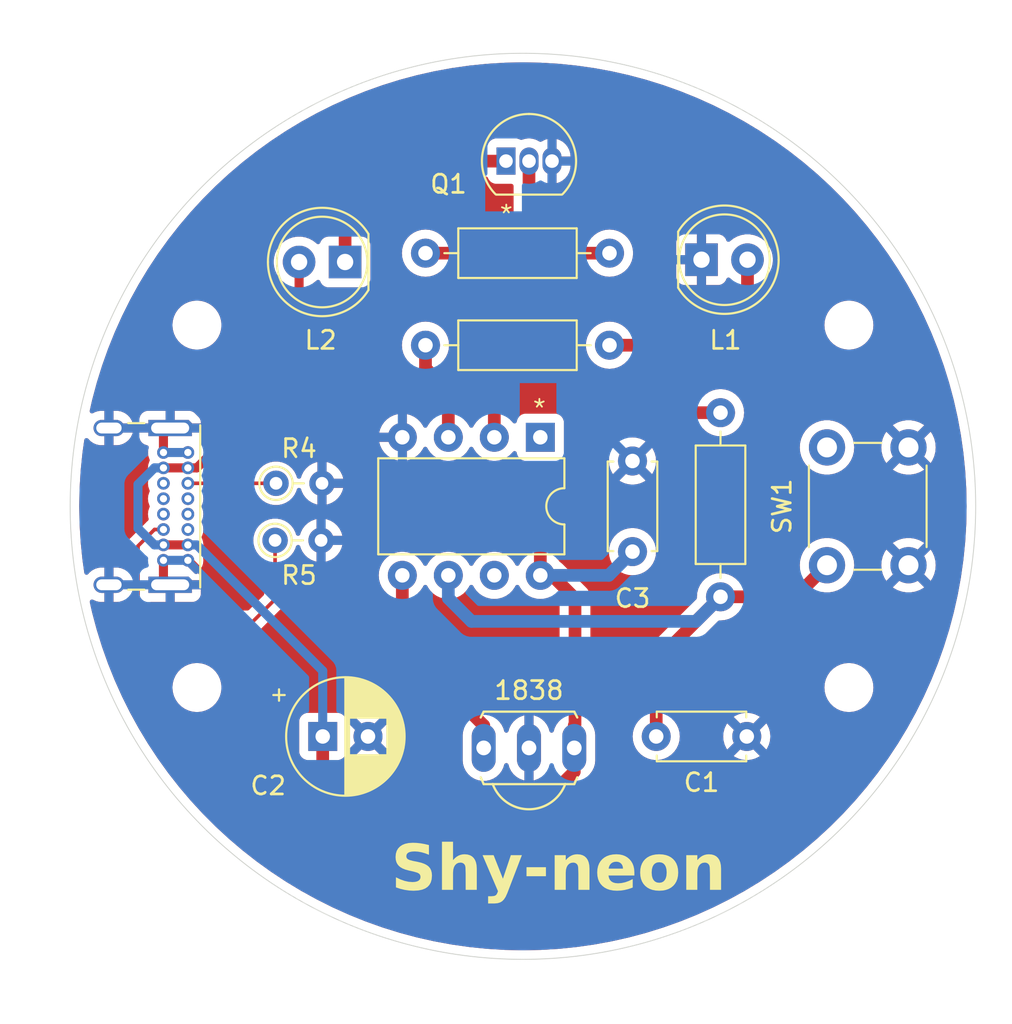
<source format=kicad_pcb>
(kicad_pcb (version 20221018) (generator pcbnew)
  (layers (0 "F.Cu" signal) (31 "B.Cu" signal) (34 "B.Paste" user) (35 "F.Paste" user) (36 "B.SilkS" user "B.Silkscreen") (37 "F.SilkS" user "F.Silkscreen") (38 "B.Mask" user) (39 "F.Mask" user) (44 "Edge.Cuts" user))
  (net 0 "")
  (net 1 "Net-(SW1A-C)")
  (net 2 "GND")
  (net 3 "VCC")
  (net 4 "Net-(D1-K)")
  (net 5 "Net-(D2-A)")
  (net 6 "Net-(Q1-B)")
  (net 7 "Net-(U1-XTAL1{slash}PB3)")
  (net 8 "Net-(U1-XTAL2{slash}PB4)")
  (net 10 "Net-(U1-AREF{slash}PB0)")
  (net 12 "Net-(J2-CC1)")
  (net 16 "Net-(J2-CC2)")
  (footprint "Connector_USB:USB_C_Receptacle_GCT_USB4085" (layer "F.Cu") (at 115.404 99.695 -90)
    (fp_text reference "J2" hide)
    (fp_text value "USB4085-GF-A_REVB" hide)
    (fp_line (start -4.59 -3.696) (end -4.59 -2.796) (stroke (width 0.12)) (layer "F.SilkS"))
    (fp_line (start -4.47 -6.776) (end 4.48 -6.776) (stroke (width 0.12)) (layer "F.SilkS"))
    (fp_line (start 4.6 -3.696) (end 4.6 -2.796) (stroke (width 0.12)) (layer "F.SilkS"))
    (pad "A1" thru_hole circle locked (at -2.97 -6.096 270) (size 0.7 0.7) (drill 0.4) (layers "*.Cu" "*.Mask") (net 2 "GND"))
    (pad "A4" thru_hole circle locked (at -2.12 -6.096 270) (size 0.7 0.7) (drill 0.4) (layers "*.Cu" "*.Mask") (net 3 "VCC"))
    (pad "A5" thru_hole circle locked (at -1.27 -6.096 270) (size 0.7 0.7) (drill 0.4) (layers "*.Cu" "*.Mask") (net 12 "Net-(J2-CC1)"))
    (pad "A6" thru_hole circle locked (at -0.42 -6.096 270) (size 0.7 0.7) (drill 0.4) (layers "*.Cu" "*.Mask"))
    (pad "A7" thru_hole circle locked (at 0.43 -6.096 270) (size 0.7 0.7) (drill 0.4) (layers "*.Cu" "*.Mask"))
    (pad "A8" thru_hole circle locked (at 1.28 -6.096 270) (size 0.7 0.7) (drill 0.4) (layers "*.Cu" "*.Mask"))
    (pad "A9" thru_hole circle locked (at 2.13 -6.096 270) (size 0.7 0.7) (drill 0.4) (layers "*.Cu" "*.Mask") (net 3 "VCC"))
    (pad "A12" thru_hole circle locked (at 2.98 -6.096 270) (size 0.7 0.7) (drill 0.4) (layers "*.Cu" "*.Mask") (net 2 "GND"))
    (pad "B1" thru_hole circle locked (at 2.98 -4.746 270) (size 0.7 0.7) (drill 0.4) (layers "*.Cu" "*.Mask") (net 2 "GND"))
    (pad "B4" thru_hole circle locked (at 2.13 -4.746 270) (size 0.7 0.7) (drill 0.4) (layers "*.Cu" "*.Mask") (net 3 "VCC"))
    (pad "B5" thru_hole circle locked (at 1.28 -4.746 270) (size 0.7 0.7) (drill 0.4) (layers "*.Cu" "*.Mask") (net 16 "Net-(J2-CC2)"))
    (pad "B6" thru_hole circle locked (at 0.43 -4.746 270) (size 0.7 0.7) (drill 0.4) (layers "*.Cu" "*.Mask"))
    (pad "B7" thru_hole circle locked (at -0.42 -4.746 270) (size 0.7 0.7) (drill 0.4) (layers "*.Cu" "*.Mask"))
    (pad "B8" thru_hole circle locked (at -1.27 -4.746 270) (size 0.7 0.7) (drill 0.4) (layers "*.Cu" "*.Mask"))
    (pad "B9" thru_hole circle locked (at -2.12 -4.746 270) (size 0.7 0.7) (drill 0.4) (layers "*.Cu" "*.Mask") (net 3 "VCC"))
    (pad "B12" thru_hole circle locked (at -2.97 -4.746 270) (size 0.7 0.7) (drill 0.4) (layers "*.Cu" "*.Mask") (net 2 "GND"))
    (pad "S1" thru_hole roundrect locked (at -4.32 -5.116 270) (size 0.9 2.4) (drill oval 0.6 2.1) (layers "*.Cu" "*.Mask") (roundrect_rratio 0) (chamfer_ratio 0.2) (chamfer top_left) (net 2 "GND"))
    (pad "S1" thru_hole oval locked (at -4.32 -1.736 270) (size 0.9 1.7) (drill oval 0.6 1.4) (layers "*.Cu" "*.Mask") (net 2 "GND"))
    (pad "S1" thru_hole roundrect locked (at 4.33 -5.116 270) (size 0.9 2.4) (drill oval 0.6 2.1) (layers "*.Cu" "*.Mask") (roundrect_rratio 0) (chamfer_ratio 0.2) (chamfer top_left) (net 2 "GND"))
    (pad "S1" thru_hole oval locked (at 4.33 -1.736 270) (size 0.9 1.7) (drill oval 0.6 1.4) (layers "*.Cu" "*.Mask") (net 2 "GND"))
  )
  (footprint "Capacitor_THT:C_Disc_D4.7mm_W2.5mm_P5.00mm" (layer "F.Cu") (at 147.36 112.395)
    (fp_text reference "C1" (at 2.5 2.54) (layer "F.SilkS"))
    (fp_text value "0.1u" hide)
    (fp_line (start 0.03 -1.37) (end 0.03 -1.055) (stroke (width 0.12)) (layer "F.SilkS"))
    (fp_line (start 0.03 -1.37) (end 4.97 -1.37) (stroke (width 0.12)) (layer "F.SilkS"))
    (fp_line (start 0.03 1.055) (end 0.03 1.37) (stroke (width 0.12)) (layer "F.SilkS"))
    (fp_line (start 0.03 1.37) (end 4.97 1.37) (stroke (width 0.12)) (layer "F.SilkS"))
    (fp_line (start 4.97 -1.37) (end 4.97 -1.055) (stroke (width 0.12)) (layer "F.SilkS"))
    (fp_line (start 4.97 1.055) (end 4.97 1.37) (stroke (width 0.12)) (layer "F.SilkS"))
    (pad "1" thru_hole circle (at 0 0) (size 1.6 1.6) (drill 0.8) (layers "*.Cu" "*.Mask") (net 1 "Net-(SW1A-C)"))
    (pad "2" thru_hole circle (at 5 0) (size 1.6 1.6) (drill 0.8) (layers "*.Cu" "*.Mask") (net 2 "GND"))
  )
  (footprint "MountingHole:MountingHole_2.2mm_M2" (layer "F.Cu") (at 122 109.695)
    (fp_text reference "REF**" hide)
    (fp_text value "MountingHole_2.2mm_M2" hide)
    (pad "" np_thru_hole circle locked (at 0 0) (size 2.2 2.2) (drill 2.2) (layers "F&B.Cu" "*.Mask"))
  )
  (footprint "MountingHole:MountingHole_2.2mm_M2" (layer "F.Cu") (at 158 89.695)
    (fp_text reference "REF**" hide)
    (fp_text value "MountingHole_2.2mm_M2" hide)
    (pad "" np_thru_hole circle locked (at 0 0) (size 2.2 2.2) (drill 2.2) (layers "F&B.Cu" "*.Mask"))
  )
  (footprint "MountingHole:MountingHole_2.2mm_M2" (layer "F.Cu") (at 158 109.695)
    (fp_text reference "REF**" hide)
    (fp_text value "MountingHole_2.2mm_M2" hide)
    (pad "" np_thru_hole circle locked (at 0 0) (size 2.2 2.2) (drill 2.2) (layers "F&B.Cu" "*.Mask"))
  )
  (footprint "Resistor_THT:R_Axial_DIN0207_L6.3mm_D2.5mm_P10.16mm_Horizontal" (layer "F.Cu") (at 150.91 104.689 90)
    (fp_text reference "R2" hide)
    (fp_text value "10k" hide)
    (fp_line (start 1.04 0) (end 1.81 0) (stroke (width 0.12)) (layer "F.SilkS"))
    (fp_line (start 1.81 -1.37) (end 1.81 1.37) (stroke (width 0.12)) (layer "F.SilkS"))
    (fp_line (start 1.81 1.37) (end 8.35 1.37) (stroke (width 0.12)) (layer "F.SilkS"))
    (fp_line (start 8.35 -1.37) (end 1.81 -1.37) (stroke (width 0.12)) (layer "F.SilkS"))
    (fp_line (start 8.35 1.37) (end 8.35 -1.37) (stroke (width 0.12)) (layer "F.SilkS"))
    (fp_line (start 9.12 0) (end 8.35 0) (stroke (width 0.12)) (layer "F.SilkS"))
    (pad "1" thru_hole circle (at 0 0 90) (size 1.6 1.6) (drill 0.8) (layers "*.Cu" "*.Mask") (net 1 "Net-(SW1A-C)"))
    (pad "2" thru_hole oval (at 10.16 0 90) (size 1.6 1.6) (drill 0.8) (layers "*.Cu" "*.Mask") (net 3 "VCC"))
  )
  (footprint "MountingHole:MountingHole_2.2mm_M2" (layer "F.Cu") (at 122 89.695)
    (fp_text reference "REF**" hide)
    (fp_text value "MountingHole_2.2mm_M2" hide)
    (pad "" np_thru_hole circle locked (at 0 0) (size 2.2 2.2) (drill 2.2) (layers "F&B.Cu" "*.Mask"))
  )
  (footprint "LED_THT:LED_D5.0mm" (layer "F.Cu") (at 149.86 86.086)
    (fp_text reference "D2" hide)
    (fp_text value "LED" hide)
    (fp_line (start -1.29 -1.545) (end -1.29 1.545) (stroke (width 0.12)) (layer "F.SilkS"))
    (fp_arc (start -1.29 -1.54483) (mid 2.072002 -2.880433) (end 4.26 0.000462) (stroke (width 0.12)) (layer "F.SilkS"))
    (fp_arc (start 4.26 -0.000462) (mid 2.072002 2.880433) (end -1.29 1.54483) (stroke (width 0.12)) (layer "F.SilkS"))
    (fp_circle (center 1.27 0) (end 3.77 0) (stroke (width 0.12)) (fill none) (layer "F.SilkS"))
    (pad "1" thru_hole rect (at 0 0) (size 1.8 1.8) (drill 0.9) (layers "*.Cu" "*.Mask") (net 2 "GND"))
    (pad "2" thru_hole circle (at 2.54 0) (size 1.8 1.8) (drill 0.9) (layers "*.Cu" "*.Mask") (net 5 "Net-(D2-A)"))
  )
  (footprint "LED_THT:LED_D5.0mm" (layer "F.Cu") (at 130.18 86.213 180)
    (fp_text reference "D1" hide)
    (fp_text value "LED" hide)
    (fp_line (start -1.29 -1.545) (end -1.29 1.545) (stroke (width 0.12)) (layer "F.SilkS"))
    (fp_arc (start -1.29 -1.54483) (mid 2.072002 -2.880433) (end 4.26 0.000462) (stroke (width 0.12)) (layer "F.SilkS"))
    (fp_arc (start 4.26 -0.000462) (mid 2.072002 2.880433) (end -1.29 1.54483) (stroke (width 0.12)) (layer "F.SilkS"))
    (fp_circle (center 1.27 0) (end 3.77 0) (stroke (width 0.12)) (fill none) (layer "F.SilkS"))
    (pad "1" thru_hole rect (at 0 0 180) (size 1.8 1.8) (drill 0.9) (layers "*.Cu" "*.Mask") (net 4 "Net-(D1-K)"))
    (pad "2" thru_hole circle (at 2.54 0 180) (size 1.8 1.8) (drill 0.9) (layers "*.Cu" "*.Mask") (net 3 "VCC"))
  )
  (footprint "Resistor_THT:R_Axial_DIN0207_L6.3mm_D2.5mm_P10.16mm_Horizontal" (layer "F.Cu") (at 134.62 85.725)
    (fp_text reference "R1" hide)
    (fp_text value "220" hide)
    (fp_line (start 1.04 0) (end 1.81 0) (stroke (width 0.12)) (layer "F.SilkS"))
    (fp_line (start 1.81 -1.37) (end 1.81 1.37) (stroke (width 0.12)) (layer "F.SilkS"))
    (fp_line (start 1.81 1.37) (end 8.35 1.37) (stroke (width 0.12)) (layer "F.SilkS"))
    (fp_line (start 8.35 -1.37) (end 1.81 -1.37) (stroke (width 0.12)) (layer "F.SilkS"))
    (fp_line (start 8.35 1.37) (end 8.35 -1.37) (stroke (width 0.12)) (layer "F.SilkS"))
    (fp_line (start 9.12 0) (end 8.35 0) (stroke (width 0.12)) (layer "F.SilkS"))
    (pad "1" thru_hole circle (at 0 0) (size 1.6 1.6) (drill 0.8) (layers "*.Cu" "*.Mask") (net 6 "Net-(Q1-B)"))
    (pad "2" thru_hole oval (at 10.16 0) (size 1.6 1.6) (drill 0.8) (layers "*.Cu" "*.Mask") (net 7 "Net-(U1-XTAL1{slash}PB3)"))
  )
  (footprint "Capacitor_THT:CP_Radial_D6.3mm_P2.50mm" (layer "F.Cu") (at 128.945 112.395)
    (fp_text reference "C2" hide)
    (fp_text value "C" hide)
    (fp_line (start -2.728 -2.286) (end -2.098 -2.286) (stroke (width 0.12)) (layer "F.SilkS"))
    (fp_line (start -2.413 -2.601) (end -2.413 -1.971) (stroke (width 0.12)) (layer "F.SilkS"))
    (fp_line (start 1.25 -3.23) (end 1.25 3.23) (stroke (width 0.12)) (layer "F.SilkS"))
    (fp_line (start 1.29 -3.23) (end 1.29 3.23) (stroke (width 0.12)) (layer "F.SilkS"))
    (fp_line (start 1.33 -3.23) (end 1.33 3.23) (stroke (width 0.12)) (layer "F.SilkS"))
    (fp_line (start 1.37 -3.228) (end 1.37 3.228) (stroke (width 0.12)) (layer "F.SilkS"))
    (fp_line (start 1.41 -3.227) (end 1.41 3.227) (stroke (width 0.12)) (layer "F.SilkS"))
    (fp_line (start 1.45 -3.224) (end 1.45 3.224) (stroke (width 0.12)) (layer "F.SilkS"))
    (fp_line (start 1.49 -3.222) (end 1.49 -1.04) (stroke (width 0.12)) (layer "F.SilkS"))
    (fp_line (start 1.49 1.04) (end 1.49 3.222) (stroke (width 0.12)) (layer "F.SilkS"))
    (fp_line (start 1.53 -3.218) (end 1.53 -1.04) (stroke (width 0.12)) (layer "F.SilkS"))
    (fp_line (start 1.53 1.04) (end 1.53 3.218) (stroke (width 0.12)) (layer "F.SilkS"))
    (fp_line (start 1.57 -3.215) (end 1.57 -1.04) (stroke (width 0.12)) (layer "F.SilkS"))
    (fp_line (start 1.57 1.04) (end 1.57 3.215) (stroke (width 0.12)) (layer "F.SilkS"))
    (fp_line (start 1.61 -3.211) (end 1.61 -1.04) (stroke (width 0.12)) (layer "F.SilkS"))
    (fp_line (start 1.61 1.04) (end 1.61 3.211) (stroke (width 0.12)) (layer "F.SilkS"))
    (fp_line (start 1.65 -3.206) (end 1.65 -1.04) (stroke (width 0.12)) (layer "F.SilkS"))
    (fp_line (start 1.65 1.04) (end 1.65 3.206) (stroke (width 0.12)) (layer "F.SilkS"))
    (fp_line (start 1.69 -3.201) (end 1.69 -1.04) (stroke (width 0.12)) (layer "F.SilkS"))
    (fp_line (start 1.69 1.04) (end 1.69 3.201) (stroke (width 0.12)) (layer "F.SilkS"))
    (fp_line (start 1.73 -3.195) (end 1.73 -1.04) (stroke (width 0.12)) (layer "F.SilkS"))
    (fp_line (start 1.73 1.04) (end 1.73 3.195) (stroke (width 0.12)) (layer "F.SilkS"))
    (fp_line (start 1.77 -3.189) (end 1.77 -1.04) (stroke (width 0.12)) (layer "F.SilkS"))
    (fp_line (start 1.77 1.04) (end 1.77 3.189) (stroke (width 0.12)) (layer "F.SilkS"))
    (fp_line (start 1.81 -3.182) (end 1.81 -1.04) (stroke (width 0.12)) (layer "F.SilkS"))
    (fp_line (start 1.81 1.04) (end 1.81 3.182) (stroke (width 0.12)) (layer "F.SilkS"))
    (fp_line (start 1.85 -3.175) (end 1.85 -1.04) (stroke (width 0.12)) (layer "F.SilkS"))
    (fp_line (start 1.85 1.04) (end 1.85 3.175) (stroke (width 0.12)) (layer "F.SilkS"))
    (fp_line (start 1.89 -3.167) (end 1.89 -1.04) (stroke (width 0.12)) (layer "F.SilkS"))
    (fp_line (start 1.89 1.04) (end 1.89 3.167) (stroke (width 0.12)) (layer "F.SilkS"))
    (fp_line (start 1.93 -3.159) (end 1.93 -1.04) (stroke (width 0.12)) (layer "F.SilkS"))
    (fp_line (start 1.93 1.04) (end 1.93 3.159) (stroke (width 0.12)) (layer "F.SilkS"))
    (fp_line (start 1.971 -3.15) (end 1.971 -1.04) (stroke (width 0.12)) (layer "F.SilkS"))
    (fp_line (start 1.971 1.04) (end 1.971 3.15) (stroke (width 0.12)) (layer "F.SilkS"))
    (fp_line (start 2.011 -3.141) (end 2.011 -1.04) (stroke (width 0.12)) (layer "F.SilkS"))
    (fp_line (start 2.011 1.04) (end 2.011 3.141) (stroke (width 0.12)) (layer "F.SilkS"))
    (fp_line (start 2.051 -3.131) (end 2.051 -1.04) (stroke (width 0.12)) (layer "F.SilkS"))
    (fp_line (start 2.051 1.04) (end 2.051 3.131) (stroke (width 0.12)) (layer "F.SilkS"))
    (fp_line (start 2.091 -3.121) (end 2.091 -1.04) (stroke (width 0.12)) (layer "F.SilkS"))
    (fp_line (start 2.091 1.04) (end 2.091 3.121) (stroke (width 0.12)) (layer "F.SilkS"))
    (fp_line (start 2.131 -3.11) (end 2.131 -1.04) (stroke (width 0.12)) (layer "F.SilkS"))
    (fp_line (start 2.131 1.04) (end 2.131 3.11) (stroke (width 0.12)) (layer "F.SilkS"))
    (fp_line (start 2.171 -3.098) (end 2.171 -1.04) (stroke (width 0.12)) (layer "F.SilkS"))
    (fp_line (start 2.171 1.04) (end 2.171 3.098) (stroke (width 0.12)) (layer "F.SilkS"))
    (fp_line (start 2.211 -3.086) (end 2.211 -1.04) (stroke (width 0.12)) (layer "F.SilkS"))
    (fp_line (start 2.211 1.04) (end 2.211 3.086) (stroke (width 0.12)) (layer "F.SilkS"))
    (fp_line (start 2.251 -3.074) (end 2.251 -1.04) (stroke (width 0.12)) (layer "F.SilkS"))
    (fp_line (start 2.251 1.04) (end 2.251 3.074) (stroke (width 0.12)) (layer "F.SilkS"))
    (fp_line (start 2.291 -3.061) (end 2.291 -1.04) (stroke (width 0.12)) (layer "F.SilkS"))
    (fp_line (start 2.291 1.04) (end 2.291 3.061) (stroke (width 0.12)) (layer "F.SilkS"))
    (fp_line (start 2.331 -3.047) (end 2.331 -1.04) (stroke (width 0.12)) (layer "F.SilkS"))
    (fp_line (start 2.331 1.04) (end 2.331 3.047) (stroke (width 0.12)) (layer "F.SilkS"))
    (fp_line (start 2.371 -3.033) (end 2.371 -1.04) (stroke (width 0.12)) (layer "F.SilkS"))
    (fp_line (start 2.371 1.04) (end 2.371 3.033) (stroke (width 0.12)) (layer "F.SilkS"))
    (fp_line (start 2.411 -3.018) (end 2.411 -1.04) (stroke (width 0.12)) (layer "F.SilkS"))
    (fp_line (start 2.411 1.04) (end 2.411 3.018) (stroke (width 0.12)) (layer "F.SilkS"))
    (fp_line (start 2.451 -3.002) (end 2.451 -1.04) (stroke (width 0.12)) (layer "F.SilkS"))
    (fp_line (start 2.451 1.04) (end 2.451 3.002) (stroke (width 0.12)) (layer "F.SilkS"))
    (fp_line (start 2.491 -2.986) (end 2.491 -1.04) (stroke (width 0.12)) (layer "F.SilkS"))
    (fp_line (start 2.491 1.04) (end 2.491 2.986) (stroke (width 0.12)) (layer "F.SilkS"))
    (fp_line (start 2.531 -2.97) (end 2.531 -1.04) (stroke (width 0.12)) (layer "F.SilkS"))
    (fp_line (start 2.531 1.04) (end 2.531 2.97) (stroke (width 0.12)) (layer "F.SilkS"))
    (fp_line (start 2.571 -2.952) (end 2.571 -1.04) (stroke (width 0.12)) (layer "F.SilkS"))
    (fp_line (start 2.571 1.04) (end 2.571 2.952) (stroke (width 0.12)) (layer "F.SilkS"))
    (fp_line (start 2.611 -2.934) (end 2.611 -1.04) (stroke (width 0.12)) (layer "F.SilkS"))
    (fp_line (start 2.611 1.04) (end 2.611 2.934) (stroke (width 0.12)) (layer "F.SilkS"))
    (fp_line (start 2.651 -2.916) (end 2.651 -1.04) (stroke (width 0.12)) (layer "F.SilkS"))
    (fp_line (start 2.651 1.04) (end 2.651 2.916) (stroke (width 0.12)) (layer "F.SilkS"))
    (fp_line (start 2.691 -2.896) (end 2.691 -1.04) (stroke (width 0.12)) (layer "F.SilkS"))
    (fp_line (start 2.691 1.04) (end 2.691 2.896) (stroke (width 0.12)) (layer "F.SilkS"))
    (fp_line (start 2.731 -2.876) (end 2.731 -1.04) (stroke (width 0.12)) (layer "F.SilkS"))
    (fp_line (start 2.731 1.04) (end 2.731 2.876) (stroke (width 0.12)) (layer "F.SilkS"))
    (fp_line (start 2.771 -2.856) (end 2.771 -1.04) (stroke (width 0.12)) (layer "F.SilkS"))
    (fp_line (start 2.771 1.04) (end 2.771 2.856) (stroke (width 0.12)) (layer "F.SilkS"))
    (fp_line (start 2.811 -2.834) (end 2.811 -1.04) (stroke (width 0.12)) (layer "F.SilkS"))
    (fp_line (start 2.811 1.04) (end 2.811 2.834) (stroke (width 0.12)) (layer "F.SilkS"))
    (fp_line (start 2.851 -2.812) (end 2.851 -1.04) (stroke (width 0.12)) (layer "F.SilkS"))
    (fp_line (start 2.851 1.04) (end 2.851 2.812) (stroke (width 0.12)) (layer "F.SilkS"))
    (fp_line (start 2.891 -2.79) (end 2.891 -1.04) (stroke (width 0.12)) (layer "F.SilkS"))
    (fp_line (start 2.891 1.04) (end 2.891 2.79) (stroke (width 0.12)) (layer "F.SilkS"))
    (fp_line (start 2.931 -2.766) (end 2.931 -1.04) (stroke (width 0.12)) (layer "F.SilkS"))
    (fp_line (start 2.931 1.04) (end 2.931 2.766) (stroke (width 0.12)) (layer "F.SilkS"))
    (fp_line (start 2.971 -2.742) (end 2.971 -1.04) (stroke (width 0.12)) (layer "F.SilkS"))
    (fp_line (start 2.971 1.04) (end 2.971 2.742) (stroke (width 0.12)) (layer "F.SilkS"))
    (fp_line (start 3.011 -2.716) (end 3.011 -1.04) (stroke (width 0.12)) (layer "F.SilkS"))
    (fp_line (start 3.011 1.04) (end 3.011 2.716) (stroke (width 0.12)) (layer "F.SilkS"))
    (fp_line (start 3.051 -2.69) (end 3.051 -1.04) (stroke (width 0.12)) (layer "F.SilkS"))
    (fp_line (start 3.051 1.04) (end 3.051 2.69) (stroke (width 0.12)) (layer "F.SilkS"))
    (fp_line (start 3.091 -2.664) (end 3.091 -1.04) (stroke (width 0.12)) (layer "F.SilkS"))
    (fp_line (start 3.091 1.04) (end 3.091 2.664) (stroke (width 0.12)) (layer "F.SilkS"))
    (fp_line (start 3.131 -2.636) (end 3.131 -1.04) (stroke (width 0.12)) (layer "F.SilkS"))
    (fp_line (start 3.131 1.04) (end 3.131 2.636) (stroke (width 0.12)) (layer "F.SilkS"))
    (fp_line (start 3.171 -2.607) (end 3.171 -1.04) (stroke (width 0.12)) (layer "F.SilkS"))
    (fp_line (start 3.171 1.04) (end 3.171 2.607) (stroke (width 0.12)) (layer "F.SilkS"))
    (fp_line (start 3.211 -2.578) (end 3.211 -1.04) (stroke (width 0.12)) (layer "F.SilkS"))
    (fp_line (start 3.211 1.04) (end 3.211 2.578) (stroke (width 0.12)) (layer "F.SilkS"))
    (fp_line (start 3.251 -2.548) (end 3.251 -1.04) (stroke (width 0.12)) (layer "F.SilkS"))
    (fp_line (start 3.251 1.04) (end 3.251 2.548) (stroke (width 0.12)) (layer "F.SilkS"))
    (fp_line (start 3.291 -2.516) (end 3.291 -1.04) (stroke (width 0.12)) (layer "F.SilkS"))
    (fp_line (start 3.291 1.04) (end 3.291 2.516) (stroke (width 0.12)) (layer "F.SilkS"))
    (fp_line (start 3.331 -2.484) (end 3.331 -1.04) (stroke (width 0.12)) (layer "F.SilkS"))
    (fp_line (start 3.331 1.04) (end 3.331 2.484) (stroke (width 0.12)) (layer "F.SilkS"))
    (fp_line (start 3.371 -2.45) (end 3.371 -1.04) (stroke (width 0.12)) (layer "F.SilkS"))
    (fp_line (start 3.371 1.04) (end 3.371 2.45) (stroke (width 0.12)) (layer "F.SilkS"))
    (fp_line (start 3.411 -2.416) (end 3.411 -1.04) (stroke (width 0.12)) (layer "F.SilkS"))
    (fp_line (start 3.411 1.04) (end 3.411 2.416) (stroke (width 0.12)) (layer "F.SilkS"))
    (fp_line (start 3.451 -2.38) (end 3.451 -1.04) (stroke (width 0.12)) (layer "F.SilkS"))
    (fp_line (start 3.451 1.04) (end 3.451 2.38) (stroke (width 0.12)) (layer "F.SilkS"))
    (fp_line (start 3.491 -2.343) (end 3.491 -1.04) (stroke (width 0.12)) (layer "F.SilkS"))
    (fp_line (start 3.491 1.04) (end 3.491 2.343) (stroke (width 0.12)) (layer "F.SilkS"))
    (fp_line (start 3.531 -2.305) (end 3.531 -1.04) (stroke (width 0.12)) (layer "F.SilkS"))
    (fp_line (start 3.531 1.04) (end 3.531 2.305) (stroke (width 0.12)) (layer "F.SilkS"))
    (fp_line (start 3.571 -2.265) (end 3.571 2.265) (stroke (width 0.12)) (layer "F.SilkS"))
    (fp_line (start 3.611 -2.224) (end 3.611 2.224) (stroke (width 0.12)) (layer "F.SilkS"))
    (fp_line (start 3.651 -2.182) (end 3.651 2.182) (stroke (width 0.12)) (layer "F.SilkS"))
    (fp_line (start 3.691 -2.137) (end 3.691 2.137) (stroke (width 0.12)) (layer "F.SilkS"))
    (fp_line (start 3.731 -2.092) (end 3.731 2.092) (stroke (width 0.12)) (layer "F.SilkS"))
    (fp_line (start 3.771 -2.044) (end 3.771 2.044) (stroke (width 0.12)) (layer "F.SilkS"))
    (fp_line (start 3.811 -1.995) (end 3.811 1.995) (stroke (width 0.12)) (layer "F.SilkS"))
    (fp_line (start 3.851 -1.944) (end 3.851 1.944) (stroke (width 0.12)) (layer "F.SilkS"))
    (fp_line (start 3.891 -1.89) (end 3.891 1.89) (stroke (width 0.12)) (layer "F.SilkS"))
    (fp_line (start 3.931 -1.834) (end 3.931 1.834) (stroke (width 0.12)) (layer "F.SilkS"))
    (fp_line (start 3.971 -1.776) (end 3.971 1.776) (stroke (width 0.12)) (layer "F.SilkS"))
    (fp_line (start 4.011 -1.714) (end 4.011 1.714) (stroke (width 0.12)) (layer "F.SilkS"))
    (fp_line (start 4.051 -1.65) (end 4.051 1.65) (stroke (width 0.12)) (layer "F.SilkS"))
    (fp_line (start 4.091 -1.581) (end 4.091 1.581) (stroke (width 0.12)) (layer "F.SilkS"))
    (fp_line (start 4.131 -1.509) (end 4.131 1.509) (stroke (width 0.12)) (layer "F.SilkS"))
    (fp_line (start 4.171 -1.432) (end 4.171 1.432) (stroke (width 0.12)) (layer "F.SilkS"))
    (fp_line (start 4.211 -1.35) (end 4.211 1.35) (stroke (width 0.12)) (layer "F.SilkS"))
    (fp_line (start 4.251 -1.262) (end 4.251 1.262) (stroke (width 0.12)) (layer "F.SilkS"))
    (fp_line (start 4.291 -1.165) (end 4.291 1.165) (stroke (width 0.12)) (layer "F.SilkS"))
    (fp_line (start 4.331 -1.059) (end 4.331 1.059) (stroke (width 0.12)) (layer "F.SilkS"))
    (fp_line (start 4.371 -0.94) (end 4.371 0.94) (stroke (width 0.12)) (layer "F.SilkS"))
    (fp_line (start 4.411 -0.802) (end 4.411 0.802) (stroke (width 0.12)) (layer "F.SilkS"))
    (fp_line (start 4.451 -0.633) (end 4.451 0.633) (stroke (width 0.12)) (layer "F.SilkS"))
    (fp_line (start 4.491 -0.402) (end 4.491 0.402) (stroke (width 0.12)) (layer "F.SilkS"))
    (fp_circle (center 1.25 0) (end 4.52 0) (stroke (width 0.12)) (fill none) (layer "F.SilkS"))
    (pad "1" thru_hole rect (at 0 0) (size 1.6 1.6) (drill 0.8) (layers "*.Cu" "*.Mask") (net 3 "VCC"))
    (pad "2" thru_hole circle (at 2.5 0) (size 1.6 1.6) (drill 0.8) (layers "*.Cu" "*.Mask") (net 2 "GND"))
  )
  (footprint "Button_Switch_THT:SW_PUSH_6mm_H4.3mm" (layer "F.Cu") (at 159.088 99.695 90)
    (fp_text reference "SW1" (at 0 -4.783 270) (layer "F.SilkS"))
    (fp_text value "SW_Push_Dual_x2" hide)
    (fp_line (start -3.5 -0.798) (end -3.5 0.702) (stroke (width 0.12)) (layer "F.SilkS"))
    (fp_line (start -2.25 3.202) (end 2.25 3.202) (stroke (width 0.12)) (layer "F.SilkS"))
    (fp_line (start 2.25 -3.298) (end -2.25 -3.298) (stroke (width 0.12)) (layer "F.SilkS"))
    (fp_line (start 3.5 0.702) (end 3.5 -0.798) (stroke (width 0.12)) (layer "F.SilkS"))
    (pad "1" thru_hole circle (at -3.25 -2.298 180) (size 2 2) (drill 1.1) (layers "*.Cu" "*.Mask") (net 1 "Net-(SW1A-C)"))
    (pad "1" thru_hole circle (at 3.25 -2.298 180) (size 2 2) (drill 1.1) (layers "*.Cu" "*.Mask") (net 1 "Net-(SW1A-C)"))
    (pad "2" thru_hole circle (at -3.25 2.202 180) (size 2 2) (drill 1.1) (layers "*.Cu" "*.Mask") (net 2 "GND"))
    (pad "2" thru_hole circle (at 3.25 2.202 180) (size 2 2) (drill 1.1) (layers "*.Cu" "*.Mask") (net 2 "GND"))
  )
  (footprint "Resistor_THT:R_Axial_DIN0204_L3.6mm_D1.6mm_P2.54mm_Vertical" (layer "F.Cu") (at 126.365 98.425)
    (fp_text reference "R4" (at 1.27 -1.92) (layer "F.SilkS"))
    (fp_text value "R")
    (fp_line (start 0.92 0) (end 1.54 0) (stroke (width 0.12)) (layer "F.SilkS"))
    (fp_circle (center 0 0) (end 0.92 0) (stroke (width 0.12)) (fill none) (layer "F.SilkS"))
    (pad "1" thru_hole circle (at 0 0) (size 1.4 1.4) (drill 0.7) (layers "*.Cu" "*.Mask") (net 12 "Net-(J2-CC1)"))
    (pad "2" thru_hole oval (at 2.54 0) (size 1.4 1.4) (drill 0.7) (layers "*.Cu" "*.Mask") (net 2 "GND"))
  )
  (footprint "Package_DIP:DIP-8_W7.62mm" (layer "F.Cu") (at 140.96 95.885 -90)
    (fp_text reference "U1" hide)
    (fp_text value "ATtiny85-20P" hide)
    (fp_line (start 1.16 -1.33) (end 1.16 8.95) (stroke (width 0.12)) (layer "F.SilkS"))
    (fp_line (start 1.16 8.95) (end 6.46 8.95) (stroke (width 0.12)) (layer "F.SilkS"))
    (fp_line (start 2.81 -1.33) (end 1.16 -1.33) (stroke (width 0.12)) (layer "F.SilkS"))
    (fp_line (start 6.46 -1.33) (end 4.81 -1.33) (stroke (width 0.12)) (layer "F.SilkS"))
    (fp_line (start 6.46 8.95) (end 6.46 -1.33) (stroke (width 0.12)) (layer "F.SilkS"))
    (fp_arc (start 4.81 -1.33) (mid 3.81 -0.33) (end 2.81 -1.33) (stroke (width 0.12)) (layer "F.SilkS"))
    (pad "1" thru_hole rect (at 0 0 270) (size 1.6 1.6) (drill 0.8) (layers "*.Cu" "*.Mask"))
    (pad "2" thru_hole oval (at 0 2.54 270) (size 1.6 1.6) (drill 0.8) (layers "*.Cu" "*.Mask") (net 7 "Net-(U1-XTAL1{slash}PB3)"))
    (pad "3" thru_hole oval (at 0 5.08 270) (size 1.6 1.6) (drill 0.8) (layers "*.Cu" "*.Mask") (net 8 "Net-(U1-XTAL2{slash}PB4)"))
    (pad "4" thru_hole oval (at 0 7.62 270) (size 1.6 1.6) (drill 0.8) (layers "*.Cu" "*.Mask") (net 2 "GND"))
    (pad "5" thru_hole oval (at 7.62 7.62 270) (size 1.6 1.6) (drill 0.8) (layers "*.Cu" "*.Mask") (net 10 "Net-(U1-AREF{slash}PB0)"))
    (pad "6" thru_hole oval (at 7.62 5.08 270) (size 1.6 1.6) (drill 0.8) (layers "*.Cu" "*.Mask") (net 1 "Net-(SW1A-C)"))
    (pad "7" thru_hole oval (at 7.62 2.54 270) (size 1.6 1.6) (drill 0.8) (layers "*.Cu" "*.Mask"))
    (pad "8" thru_hole oval (at 7.62 0 270) (size 1.6 1.6) (drill 0.8) (layers "*.Cu" "*.Mask") (net 3 "VCC"))
  )
  (footprint "Capacitor_THT:C_Disc_D4.7mm_W2.5mm_P5.00mm" (layer "F.Cu") (at 146.05 102.195 90)
    (fp_text reference "C3" (at -2.58 0 180) (layer "F.SilkS"))
    (fp_text value "C" hide)
    (fp_line (start 0.03 -1.37) (end 0.03 -1.055) (stroke (width 0.12)) (layer "F.SilkS"))
    (fp_line (start 0.03 -1.37) (end 4.97 -1.37) (stroke (width 0.12)) (layer "F.SilkS"))
    (fp_line (start 0.03 1.055) (end 0.03 1.37) (stroke (width 0.12)) (layer "F.SilkS"))
    (fp_line (start 0.03 1.37) (end 4.97 1.37) (stroke (width 0.12)) (layer "F.SilkS"))
    (fp_line (start 4.97 -1.37) (end 4.97 -1.055) (stroke (width 0.12)) (layer "F.SilkS"))
    (fp_line (start 4.97 1.055) (end 4.97 1.37) (stroke (width 0.12)) (layer "F.SilkS"))
    (pad "1" thru_hole circle (at 0 0 90) (size 1.6 1.6) (drill 0.8) (layers "*.Cu" "*.Mask") (net 3 "VCC"))
    (pad "2" thru_hole circle (at 5 0 90) (size 1.6 1.6) (drill 0.8) (layers "*.Cu" "*.Mask") (net 2 "GND"))
  )
  (footprint "Package_TO_SOT_THT:TO-92_Inline" (layer "F.Cu") (at 140.335 80.645)
    (fp_text reference "Q1" (at -4.445 1.27 180) (layer "F.SilkS"))
    (fp_text value "BC337" hide)
    (fp_line (start -1.8 1.85) (end 1.8 1.85) (stroke (width 0.12)) (layer "F.SilkS"))
    (fp_arc (start -1.838478 1.838478) (mid -2.402087 -0.994977) (end 0 -2.6) (stroke (width 0.12)) (layer "F.SilkS"))
    (fp_arc (start 0 -2.6) (mid 2.402087 -0.994977) (end 1.838478 1.838478) (stroke (width 0.12)) (layer "F.SilkS"))
    (pad "1" thru_hole rect (at -1.27 0) (size 1.05 1.5) (drill 0.75) (layers "*.Cu" "*.Mask") (net 4 "Net-(D1-K)"))
    (pad "2" thru_hole oval (at 0 0) (size 1.05 1.5) (drill 0.75) (layers "*.Cu" "*.Mask") (net 6 "Net-(Q1-B)"))
    (pad "3" thru_hole oval (at 1.27 0) (size 1.05 1.5) (drill 0.75) (layers "*.Cu" "*.Mask") (net 2 "GND"))
  )
  (footprint "TSOP1838:TSOP18XX" (layer "F.Cu") (at 140.335 113)
    (fp_text reference "U2" hide)
    (fp_text value "TSOP1838" hide)
    (fp_line (start -2.667 -1.651) (end -2.5012 -1.9734) (stroke (width 0.127)) (layer "F.SilkS"))
    (fp_line (start -2.5012 -1.9734) (end 2.4988 -1.9734) (stroke (width 0.127)) (layer "F.SilkS"))
    (fp_line (start -2.5012 2.0266) (end -2.667 1.651) (stroke (width 0.127)) (layer "F.SilkS"))
    (fp_line (start -2.0012 2.0266) (end -2.5012 2.0266) (stroke (width 0.127)) (layer "F.SilkS"))
    (fp_line (start 1.9988 2.0266) (end -2.0012 2.0266) (stroke (width 0.127)) (layer "F.SilkS"))
    (fp_line (start 2.4988 -1.9734) (end 2.667 -1.651) (stroke (width 0.127)) (layer "F.SilkS"))
    (fp_line (start 2.4988 2.0266) (end 1.9988 2.0266) (stroke (width 0.127)) (layer "F.SilkS"))
    (fp_line (start 2.667 1.651) (end 2.4988 2.0266) (stroke (width 0.127)) (layer "F.SilkS"))
    (fp_arc (start 1.9988 2.0266) (mid -0.0012 3.412602) (end -2.0012 2.0266) (stroke (width 0.127)) (layer "F.SilkS"))
    (pad "GND" thru_hole oval locked (at -0.0012 0.0266) (size 1.3208 2.6416) (drill 0.8128) (layers "*.Cu" "*.Mask") (net 2 "GND"))
    (pad "OUT" thru_hole oval locked (at -2.5012 0.0266) (size 1.3208 2.6416) (drill 0.8128) (layers "*.Cu" "*.Mask") (net 10 "Net-(U1-AREF{slash}PB0)"))
    (pad "VCC" thru_hole oval locked (at 2.4988 0.0266) (size 1.3208 2.6416) (drill 0.8128) (layers "*.Cu" "*.Mask") (net 3 "VCC"))
  )
  (footprint "Resistor_THT:R_Axial_DIN0207_L6.3mm_D2.5mm_P10.16mm_Horizontal" (layer "F.Cu") (at 134.62 90.805)
    (fp_text reference "R3" hide)
    (fp_text value "330" hide)
    (fp_line (start 1.04 0) (end 1.81 0) (stroke (width 0.12)) (layer "F.SilkS"))
    (fp_line (start 1.81 -1.37) (end 1.81 1.37) (stroke (width 0.12)) (layer "F.SilkS"))
    (fp_line (start 1.81 1.37) (end 8.35 1.37) (stroke (width 0.12)) (layer "F.SilkS"))
    (fp_line (start 8.35 -1.37) (end 1.81 -1.37) (stroke (width 0.12)) (layer "F.SilkS"))
    (fp_line (start 8.35 1.37) (end 8.35 -1.37) (stroke (width 0.12)) (layer "F.SilkS"))
    (fp_line (start 9.12 0) (end 8.35 0) (stroke (width 0.12)) (layer "F.SilkS"))
    (pad "1" thru_hole circle (at 0 0) (size 1.6 1.6) (drill 0.8) (layers "*.Cu" "*.Mask") (net 8 "Net-(U1-XTAL2{slash}PB4)"))
    (pad "2" thru_hole oval (at 10.16 0) (size 1.6 1.6) (drill 0.8) (layers "*.Cu" "*.Mask") (net 5 "Net-(D2-A)"))
  )
  (footprint "Resistor_THT:R_Axial_DIN0204_L3.6mm_D1.6mm_P2.54mm_Vertical" (layer "F.Cu") (at 126.315 101.575)
    (fp_text reference "R5" (at 1.32 1.93) (layer "F.SilkS"))
    (fp_text value "R" hide)
    (fp_line (start 0.92 0) (end 1.54 0) (stroke (width 0.12)) (layer "F.SilkS"))
    (fp_circle (center 0 0) (end 0.92 0) (stroke (width 0.12)) (fill none) (layer "F.SilkS"))
    (pad "1" thru_hole circle (at 0 0) (size 1.4 1.4) (drill 0.7) (layers "*.Cu" "*.Mask") (net 16 "Net-(J2-CC2)"))
    (pad "2" thru_hole oval (at 2.54 0) (size 1.4 1.4) (drill 0.7) (layers "*.Cu" "*.Mask") (net 2 "GND"))
  )
  (gr_circle locked (center 140 99.695) (end 165 99.695) (stroke (width 0.05)) (fill none) (layer "Edge.Cuts"))
  (gr_text "L2" (at 128.8288 90.5256) (layer "F.SilkS") (effects (font (size 1 1))))
  (gr_text "Shy-neon" (at 132.715 121.285) (layer "F.SilkS") (effects (font (size 2.5 2.5) (thickness 0.25) bold) (justify left bottom)))
  (gr_text "*\n" (at 140.462 94.8944) (layer "F.SilkS") (effects (font (size 1 1) (thickness 0.1)) (justify left bottom)))
  (gr_text "L1\n" (at 151.1808 90.5256) (layer "F.SilkS") (effects (font (size 1 1))))
  (gr_text "C2" (at 125.9332 115.1128) (layer "F.SilkS") (effects (font (size 1 1))))
  (gr_text "*\n" (at 138.6332 84.1756) (layer "F.SilkS") (effects (font (size 1 1) (thickness 0.1)) (justify left bottom)))
  (gr_text "1838" (at 140.335 109.855) (layer "F.SilkS") (effects (font (size 1 1))))
  (segment (start 155.046 104.689) (end 156.79 102.945) (width 0.7) (layer "F.Cu") (net 1))
  (segment (start 147.36 108.239) (end 150.91 104.689) (width 0.7) (layer "F.Cu") (net 1))
  (segment (start 150.91 104.689) (end 155.046 104.689) (width 0.7) (layer "F.Cu") (net 1))
  (segment (start 147.36 112.395) (end 147.36 108.239) (width 0.7) (layer "F.Cu") (net 1))
  (segment (start 149.554 106.045) (end 150.91 104.689) (width 0.7) (layer "B.Cu") (net 1))
  (segment (start 137.16 106.045) (end 149.554 106.045) (width 0.7) (layer "B.Cu") (net 1))
  (segment (start 135.88 104.765) (end 137.16 106.045) (width 0.7) (layer "B.Cu") (net 1))
  (segment (start 135.88 103.505) (end 135.88 104.765) (width 0.7) (layer "B.Cu") (net 1))
  (segment (start 120.15 103.655) (end 120.52 104.025) (width 0.5) (layer "F.Cu") (net 2))
  (segment (start 120.15 95.745) (end 120.52 95.375) (width 0.5) (layer "F.Cu") (net 2))
  (segment (start 120.15 96.725) (end 120.15 95.745) (width 0.5) (layer "F.Cu") (net 2))
  (segment (start 120.15 102.675) (end 120.15 103.655) (width 0.5) (layer "F.Cu") (net 2))
  (segment (start 120.15 96.725) (end 121.5 96.725) (width 0.5) (layer "B.Cu") (net 2))
  (segment (start 120.15 102.675) (end 121.5 102.675) (width 0.5) (layer "B.Cu") (net 2))
  (segment (start 140.96 99.3875) (end 145.8185 94.529) (width 0.7) (layer "F.Cu") (net 3))
  (segment (start 142.875 104.775) (end 142.875 111.7454) (width 0.7) (layer "F.Cu") (net 3))
  (segment (start 140.4162 116.7588) (end 142.8338 114.3412) (width 0.7) (layer "F.Cu") (net 3))
  (segment (start 121.994974 97.575) (end 127.64 91.929974) (width 0.5) (layer "F.Cu") (net 3))
  (segment (start 142.8338 114.3412) (end 142.8338 111.7866) (width 0.7) (layer "F.Cu") (net 3))
  (segment (start 128.945 114.34) (end 131.3638 116.7588) (width 0.7) (layer "F.Cu") (net 3))
  (segment (start 120.15 101.825) (end 121.5 101.825) (width 0.5) (layer "F.Cu") (net 3))
  (segment (start 145.8185 94.529) (end 150.91 94.529) (width 0.7) (layer "F.Cu") (net 3))
  (segment (start 121.5 97.575) (end 121.994974 97.575) (width 0.5) (layer "F.Cu") (net 3))
  (segment (start 142.875 111.7454) (end 142.8338 111.7866) (width 0.2) (layer "F.Cu") (net 3))
  (segment (start 141.605 103.505) (end 142.875 104.775) (width 0.7) (layer "F.Cu") (net 3))
  (segment (start 120.15 97.575) (end 121.5 97.575) (width 0.5) (layer "F.Cu") (net 3))
  (segment (start 140.96 103.505) (end 140.96 99.3875) (width 0.7) (layer "F.Cu") (net 3))
  (segment (start 127.64 91.929974) (end 127.64 86.213) (width 0.5) (layer "F.Cu") (net 3))
  (segment (start 131.3638 116.7588) (end 140.4162 116.7588) (width 0.7) (layer "F.Cu") (net 3))
  (segment (start 128.945 112.395) (end 128.945 114.34) (width 0.7) (layer "F.Cu") (net 3))
  (segment (start 140.96 103.505) (end 141.605 103.505) (width 0.2) (layer "F.Cu") (net 3))
  (segment (start 119.655026 101.825) (end 118.745 100.914974) (width 0.5) (layer "B.Cu") (net 3))
  (segment (start 144.74 103.505) (end 146.05 102.195) (width 0.7) (layer "B.Cu") (net 3))
  (segment (start 120.15 101.825) (end 119.655026 101.825) (width 0.5) (layer "B.Cu") (net 3))
  (segment (start 121.5 101.825) (end 121.994974 101.825) (width 0.5) (layer "B.Cu") (net 3))
  (segment (start 119.655026 97.575) (end 120.15 97.575) (width 0.5) (layer "B.Cu") (net 3))
  (segment (start 121.994974 101.825) (end 128.945 108.775026) (width 0.5) (layer "B.Cu") (net 3))
  (segment (start 118.745 100.914974) (end 118.745 98.485026) (width 0.5) (layer "B.Cu") (net 3))
  (segment (start 128.945 108.775026) (end 128.945 112.395) (width 0.5) (layer "B.Cu") (net 3))
  (segment (start 118.745 98.485026) (end 119.655026 97.575) (width 0.5) (layer "B.Cu") (net 3))
  (segment (start 140.96 103.505) (end 144.74 103.505) (width 0.7) (layer "B.Cu") (net 3))
  (segment (start 132.3975 80.645) (end 139.065 80.645) (width 0.7) (layer "F.Cu") (net 4))
  (segment (start 130.18 86.213) (end 130.18 82.8625) (width 0.7) (layer "F.Cu") (net 4))
  (segment (start 130.18 82.8625) (end 132.3975 80.645) (width 0.7) (layer "F.Cu") (net 4))
  (segment (start 152.4 88.265) (end 149.86 90.805) (width 0.7) (layer "F.Cu") (net 5))
  (segment (start 152.4 86.086) (end 152.4 88.265) (width 0.7) (layer "F.Cu") (net 5))
  (segment (start 149.86 90.805) (end 144.78 90.805) (width 0.7) (layer "F.Cu") (net 5))
  (segment (start 140.335 83.82) (end 138.43 85.725) (width 0.7) (layer "F.Cu") (net 6))
  (segment (start 140.335 83.82) (end 140.335 80.645) (width 0.7) (layer "F.Cu") (net 6))
  (segment (start 138.43 85.725) (end 134.62 85.725) (width 0.7) (layer "F.Cu") (net 6))
  (segment (start 138.43 91.44) (end 138.43 90.17) (width 0.7) (layer "F.Cu") (net 7))
  (segment (start 138.43 90.17) (end 142.875 85.725) (width 0.7) (layer "F.Cu") (net 7))
  (segment (start 138.42 95.885) (end 138.42 91.45) (width 0.7) (layer "F.Cu") (net 7))
  (segment (start 138.42 91.45) (end 138.43 91.44) (width 0.7) (layer "F.Cu") (net 7))
  (segment (start 142.875 85.725) (end 144.78 85.725) (width 0.7) (layer "F.Cu") (net 7))
  (segment (start 134.62 92.075) (end 134.62 90.805) (width 0.7) (layer "F.Cu") (net 8))
  (segment (start 135.88 95.885) (end 135.88 93.355) (width 0.7) (layer "F.Cu") (net 8))
  (segment (start 135.88 93.355) (end 135.89 93.345) (width 0.7) (layer "F.Cu") (net 8))
  (segment (start 135.89 93.345) (end 134.62 92.075) (width 0.7) (layer "F.Cu") (net 8))
  (segment (start 133.34 107.2928) (end 137.8338 111.7866) (width 0.7) (layer "F.Cu") (net 10))
  (segment (start 137.8338 111.7866) (end 137.8338 113.0266) (width 0.7) (layer "F.Cu") (net 10))
  (segment (start 133.34 103.505) (end 133.34 107.2928) (width 0.7) (layer "F.Cu") (net 10))
  (segment (start 121.5 98.425) (end 126.365 98.425) (width 0.2) (layer "F.Cu") (net 12))
  (segment (start 119.655026 100.975) (end 118.745 101.885026) (width 0.2) (layer "F.Cu") (net 16))
  (segment (start 120.15 100.975) (end 119.655026 100.975) (width 0.2) (layer "F.Cu") (net 16))
  (segment (start 125.095 106.045) (end 126.315 104.825) (width 0.2) (layer "F.Cu") (net 16))
  (segment (start 119.38 106.045) (end 125.095 106.045) (width 0.2) (layer "F.Cu") (net 16))
  (segment (start 126.315 104.825) (end 126.315 101.575) (width 0.2) (layer "F.Cu") (net 16))
  (segment (start 118.745 101.885026) (end 118.745 105.41) (width 0.2) (layer "F.Cu") (net 16))
  (segment (start 118.745 105.41) (end 119.38 106.045) (width 0.2) (layer "F.Cu") (net 16))
  (zone (net 2) (net_name "GND") (layer "F.Cu") (connect_pads (clearance 0.5)) (min_thickness 0.25) (fill yes (thermal_gap 0.5) (thermal_bridge_width 0.5))
    (polygon (pts (xy 167.005 71.755) (xy 111.125 71.755) (xy 111.125 128.27) (xy 167.005 128.27)))
  )
  (zone (net 2) (net_name "GND") (layer "B.Cu") (priority 1) (connect_pads (clearance 0.5)) (min_thickness 0.25) (fill yes (thermal_gap 0.5) (thermal_bridge_width 0.5) (smoothing chamfer))
    (polygon (pts (xy 111.125 128.27) (xy 111.125 71.755) (xy 167.005 71.755) (xy 167.005 128.27)))
  )
)
</source>
